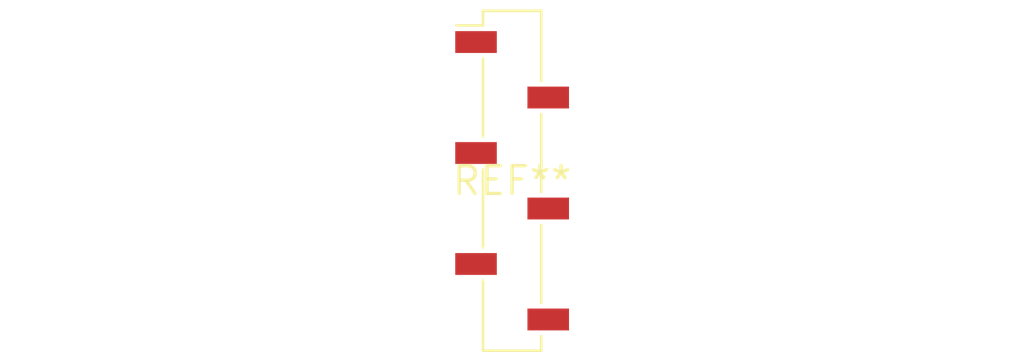
<source format=kicad_pcb>
(kicad_pcb (version 20240108) (generator pcbnew)
  (layers (0 "F.Cu" signal) (31 "B.Cu" signal) (34 "B.Paste" user) (35 "F.Paste" user) (36 "B.SilkS" user "B.Silkscreen") (37 "F.SilkS" user "F.Silkscreen") (38 "B.Mask" user) (39 "F.Mask" user) (44 "Edge.Cuts" user))
  (net 0 "")
  (footprint "PinSocket_1x06_P2.54mm_Vertical_SMD_Pin1Left" (layer "F.Cu") (at 0 0)
    (property "Reference" "REF**")
    (property "Value" "PinSocket_1x06_P2.54mm_Vertical_SMD_Pin1Left")
    (fp_line (start -2.54 -7.11) (end -1.33 -7.11) (layer "F.SilkS") (stroke (width 0.12)))
    (fp_line (start -1.33 -7.78) (end -1.33 -7.11) (layer "F.SilkS") (stroke (width 0.12)))
    (fp_line (start -1.33 -7.78) (end 1.33 -7.78) (layer "F.SilkS") (stroke (width 0.12)))
    (fp_line (start -1.33 -5.59) (end -1.33 -2.03) (layer "F.SilkS") (stroke (width 0.12)))
    (fp_line (start -1.33 -0.51) (end -1.33 3.05) (layer "F.SilkS") (stroke (width 0.12)))
    (fp_line (start -1.33 4.57) (end -1.33 7.78) (layer "F.SilkS") (stroke (width 0.12)))
    (fp_line (start -1.33 7.78) (end 1.33 7.78) (layer "F.SilkS") (stroke (width 0.12)))
    (fp_line (start 1.33 -7.78) (end 1.33 -4.57) (layer "F.SilkS") (stroke (width 0.12)))
    (fp_line (start 1.33 -3.05) (end 1.33 0.51) (layer "F.SilkS") (stroke (width 0.12)))
    (fp_line (start 1.33 2.03) (end 1.33 5.59) (layer "F.SilkS") (stroke (width 0.12)))
    (fp_line (start 1.33 7.11) (end 1.33 7.78) (layer "F.SilkS") (stroke (width 0.12)))
    (pad "1" smd rect (at -1.65 -6.35) (size 1.9 1) (layers "F.Cu" "F.Paste" "F.Mask"))
    (pad "2" smd rect (at 1.65 -3.81) (size 1.9 1) (layers "F.Cu" "F.Paste" "F.Mask"))
    (pad "3" smd rect (at -1.65 -1.27) (size 1.9 1) (layers "F.Cu" "F.Paste" "F.Mask"))
    (pad "4" smd rect (at 1.65 1.27) (size 1.9 1) (layers "F.Cu" "F.Paste" "F.Mask"))
    (pad "5" smd rect (at -1.65 3.81) (size 1.9 1) (layers "F.Cu" "F.Paste" "F.Mask"))
    (pad "6" smd rect (at 1.65 6.35) (size 1.9 1) (layers "F.Cu" "F.Paste" "F.Mask"))
  )
)
</source>
